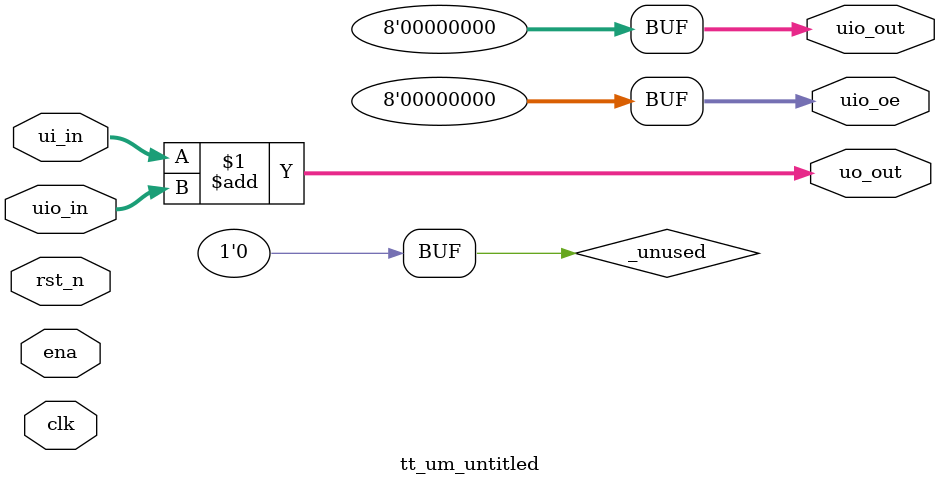
<source format=v>
/*
 * Copyright (c) 2024 Your Name
 * SPDX-License-Identifier: Apache-2.0
 */

`default_nettype none

module tt_um_untitled (
    input  wire [7:0] ui_in,    // Dedicated inputs
    output wire [7:0] uo_out,   // Dedicated outputs
    input  wire [7:0] uio_in,   // IOs: Input path
    output wire [7:0] uio_out,  // IOs: Output path
    output wire [7:0] uio_oe,   // IOs: Enable path (active high: 0=input, 1=output)
    input  wire       ena,      // always 1 when the design is powered, so you can ignore it
    input  wire       clk,      // clock
    input  wire       rst_n     // reset_n - low to reset
);

  // All output pins must be assigned. If not used, assign to 0.
  assign uo_out  = ui_in + uio_in;  // Example: ou_out is the sum of ui_in and uio_in
  assign uio_out = 0;
  assign uio_oe  = 0;

  // List all unused inputs to prevent warnings
  wire _unused = &{ena, clk, rst_n, 1'b0};

endmodule

</source>
